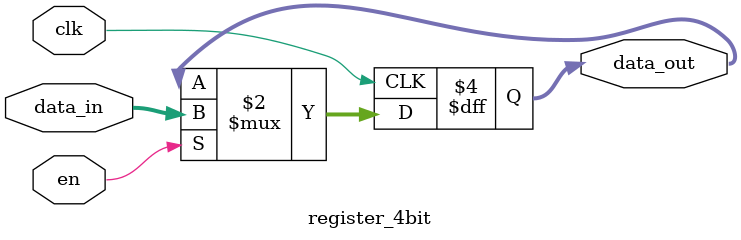
<source format=v>
module register_4bit(clk,en,data_in,data_out);
    input clk;
    input en;
    input [3:0] data_in;
    output reg [3:0] data_out;
    always@(posedge clk) 
        if(en) data_out <= data_in;
endmodule
</source>
